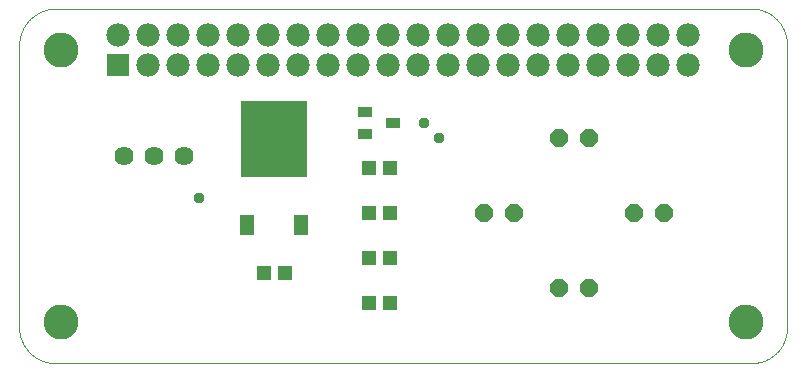
<source format=gts>
G75*
%MOIN*%
%OFA0B0*%
%FSLAX25Y25*%
%IPPOS*%
%LPD*%
%AMOC8*
5,1,8,0,0,1.08239X$1,22.5*
%
%ADD10C,0.00000*%
%ADD11OC8,0.06000*%
%ADD12R,0.04737X0.03556*%
%ADD13R,0.22060X0.25209*%
%ADD14R,0.04737X0.07099*%
%ADD15R,0.04934X0.05052*%
%ADD16R,0.07800X0.07800*%
%ADD17C,0.07800*%
%ADD18C,0.11627*%
%ADD19C,0.06383*%
%ADD20C,0.03778*%
D10*
X0016899Y0005000D02*
X0249166Y0005000D01*
X0249450Y0005003D01*
X0249734Y0005014D01*
X0250017Y0005031D01*
X0250301Y0005055D01*
X0250583Y0005086D01*
X0250864Y0005123D01*
X0251145Y0005168D01*
X0251424Y0005219D01*
X0251703Y0005277D01*
X0251979Y0005342D01*
X0252254Y0005413D01*
X0252527Y0005491D01*
X0252798Y0005575D01*
X0253068Y0005666D01*
X0253334Y0005764D01*
X0253599Y0005868D01*
X0253861Y0005978D01*
X0254120Y0006095D01*
X0254376Y0006218D01*
X0254629Y0006346D01*
X0254879Y0006482D01*
X0255125Y0006623D01*
X0255368Y0006770D01*
X0255608Y0006922D01*
X0255844Y0007081D01*
X0256075Y0007245D01*
X0256303Y0007415D01*
X0256527Y0007590D01*
X0256746Y0007770D01*
X0256961Y0007956D01*
X0257171Y0008147D01*
X0257377Y0008343D01*
X0257578Y0008544D01*
X0257774Y0008750D01*
X0257965Y0008960D01*
X0258151Y0009175D01*
X0258331Y0009394D01*
X0258506Y0009618D01*
X0258676Y0009846D01*
X0258840Y0010077D01*
X0258999Y0010313D01*
X0259151Y0010553D01*
X0259298Y0010796D01*
X0259439Y0011042D01*
X0259575Y0011292D01*
X0259703Y0011545D01*
X0259826Y0011801D01*
X0259943Y0012060D01*
X0260053Y0012322D01*
X0260157Y0012587D01*
X0260255Y0012853D01*
X0260346Y0013123D01*
X0260430Y0013394D01*
X0260508Y0013667D01*
X0260579Y0013942D01*
X0260644Y0014218D01*
X0260702Y0014497D01*
X0260753Y0014776D01*
X0260798Y0015057D01*
X0260835Y0015338D01*
X0260866Y0015620D01*
X0260890Y0015904D01*
X0260907Y0016187D01*
X0260918Y0016471D01*
X0260921Y0016755D01*
X0260921Y0111192D01*
X0260917Y0111482D01*
X0260907Y0111772D01*
X0260889Y0112062D01*
X0260865Y0112351D01*
X0260833Y0112640D01*
X0260795Y0112927D01*
X0260750Y0113214D01*
X0260697Y0113499D01*
X0260638Y0113783D01*
X0260572Y0114066D01*
X0260499Y0114347D01*
X0260420Y0114626D01*
X0260333Y0114903D01*
X0260240Y0115178D01*
X0260141Y0115450D01*
X0260034Y0115721D01*
X0259922Y0115988D01*
X0259803Y0116253D01*
X0259677Y0116514D01*
X0259545Y0116773D01*
X0259407Y0117028D01*
X0259263Y0117280D01*
X0259113Y0117528D01*
X0258957Y0117773D01*
X0258795Y0118014D01*
X0258627Y0118251D01*
X0258454Y0118483D01*
X0258275Y0118712D01*
X0258091Y0118936D01*
X0257901Y0119155D01*
X0257706Y0119370D01*
X0257506Y0119580D01*
X0257300Y0119786D01*
X0257090Y0119986D01*
X0256875Y0120181D01*
X0256656Y0120371D01*
X0256432Y0120555D01*
X0256203Y0120734D01*
X0255971Y0120907D01*
X0255734Y0121075D01*
X0255493Y0121237D01*
X0255248Y0121393D01*
X0255000Y0121543D01*
X0254748Y0121687D01*
X0254493Y0121825D01*
X0254234Y0121957D01*
X0253973Y0122083D01*
X0253708Y0122202D01*
X0253441Y0122314D01*
X0253170Y0122421D01*
X0252898Y0122520D01*
X0252623Y0122613D01*
X0252346Y0122700D01*
X0252067Y0122779D01*
X0251786Y0122852D01*
X0251503Y0122918D01*
X0251219Y0122977D01*
X0250934Y0123030D01*
X0250647Y0123075D01*
X0250360Y0123113D01*
X0250071Y0123145D01*
X0249782Y0123169D01*
X0249492Y0123187D01*
X0249202Y0123197D01*
X0248912Y0123201D01*
X0017261Y0123201D01*
X0016965Y0123197D01*
X0016669Y0123187D01*
X0016373Y0123169D01*
X0016078Y0123144D01*
X0015783Y0123112D01*
X0015489Y0123072D01*
X0015197Y0123026D01*
X0014905Y0122973D01*
X0014615Y0122912D01*
X0014327Y0122845D01*
X0014040Y0122770D01*
X0013755Y0122689D01*
X0013472Y0122601D01*
X0013191Y0122506D01*
X0012913Y0122404D01*
X0012637Y0122296D01*
X0012364Y0122181D01*
X0012094Y0122059D01*
X0011827Y0121931D01*
X0011563Y0121797D01*
X0011302Y0121656D01*
X0011045Y0121509D01*
X0010792Y0121355D01*
X0010542Y0121196D01*
X0010296Y0121031D01*
X0010054Y0120859D01*
X0009817Y0120682D01*
X0009583Y0120500D01*
X0009355Y0120311D01*
X0009130Y0120117D01*
X0008911Y0119918D01*
X0008697Y0119714D01*
X0008487Y0119504D01*
X0008283Y0119290D01*
X0008084Y0119071D01*
X0007890Y0118846D01*
X0007701Y0118618D01*
X0007519Y0118384D01*
X0007342Y0118147D01*
X0007170Y0117905D01*
X0007005Y0117659D01*
X0006846Y0117409D01*
X0006692Y0117156D01*
X0006545Y0116899D01*
X0006404Y0116638D01*
X0006270Y0116374D01*
X0006142Y0116107D01*
X0006020Y0115837D01*
X0005905Y0115564D01*
X0005797Y0115288D01*
X0005695Y0115010D01*
X0005600Y0114729D01*
X0005512Y0114446D01*
X0005431Y0114161D01*
X0005356Y0113874D01*
X0005289Y0113586D01*
X0005228Y0113296D01*
X0005175Y0113004D01*
X0005129Y0112712D01*
X0005089Y0112418D01*
X0005057Y0112123D01*
X0005032Y0111828D01*
X0005014Y0111532D01*
X0005004Y0111236D01*
X0005000Y0110940D01*
X0005000Y0016899D01*
X0005003Y0016611D01*
X0005014Y0016324D01*
X0005031Y0016037D01*
X0005056Y0015751D01*
X0005087Y0015465D01*
X0005125Y0015180D01*
X0005170Y0014896D01*
X0005222Y0014613D01*
X0005280Y0014331D01*
X0005346Y0014051D01*
X0005418Y0013773D01*
X0005497Y0013497D01*
X0005582Y0013222D01*
X0005675Y0012950D01*
X0005773Y0012680D01*
X0005878Y0012412D01*
X0005990Y0012147D01*
X0006108Y0011885D01*
X0006232Y0011625D01*
X0006363Y0011369D01*
X0006500Y0011116D01*
X0006642Y0010867D01*
X0006791Y0010621D01*
X0006946Y0010378D01*
X0007106Y0010140D01*
X0007273Y0009905D01*
X0007444Y0009674D01*
X0007622Y0009448D01*
X0007804Y0009226D01*
X0007992Y0009009D01*
X0008186Y0008796D01*
X0008384Y0008587D01*
X0008587Y0008384D01*
X0008796Y0008186D01*
X0009009Y0007992D01*
X0009226Y0007804D01*
X0009448Y0007622D01*
X0009674Y0007444D01*
X0009905Y0007273D01*
X0010140Y0007106D01*
X0010378Y0006946D01*
X0010621Y0006791D01*
X0010867Y0006642D01*
X0011116Y0006500D01*
X0011369Y0006363D01*
X0011625Y0006232D01*
X0011885Y0006108D01*
X0012147Y0005990D01*
X0012412Y0005878D01*
X0012680Y0005773D01*
X0012950Y0005675D01*
X0013222Y0005582D01*
X0013497Y0005497D01*
X0013773Y0005418D01*
X0014051Y0005346D01*
X0014331Y0005280D01*
X0014613Y0005222D01*
X0014896Y0005170D01*
X0015180Y0005125D01*
X0015465Y0005087D01*
X0015751Y0005056D01*
X0016037Y0005031D01*
X0016324Y0005014D01*
X0016611Y0005003D01*
X0016899Y0005000D01*
X0013367Y0018780D02*
X0013369Y0018927D01*
X0013375Y0019073D01*
X0013385Y0019219D01*
X0013399Y0019365D01*
X0013417Y0019511D01*
X0013438Y0019656D01*
X0013464Y0019800D01*
X0013494Y0019944D01*
X0013527Y0020086D01*
X0013564Y0020228D01*
X0013605Y0020369D01*
X0013650Y0020508D01*
X0013699Y0020647D01*
X0013751Y0020784D01*
X0013808Y0020919D01*
X0013867Y0021053D01*
X0013931Y0021185D01*
X0013998Y0021315D01*
X0014068Y0021444D01*
X0014142Y0021571D01*
X0014219Y0021695D01*
X0014300Y0021818D01*
X0014384Y0021938D01*
X0014471Y0022056D01*
X0014561Y0022171D01*
X0014654Y0022284D01*
X0014751Y0022395D01*
X0014850Y0022503D01*
X0014952Y0022608D01*
X0015057Y0022710D01*
X0015165Y0022809D01*
X0015276Y0022906D01*
X0015389Y0022999D01*
X0015504Y0023089D01*
X0015622Y0023176D01*
X0015742Y0023260D01*
X0015865Y0023341D01*
X0015989Y0023418D01*
X0016116Y0023492D01*
X0016245Y0023562D01*
X0016375Y0023629D01*
X0016507Y0023693D01*
X0016641Y0023752D01*
X0016776Y0023809D01*
X0016913Y0023861D01*
X0017052Y0023910D01*
X0017191Y0023955D01*
X0017332Y0023996D01*
X0017474Y0024033D01*
X0017616Y0024066D01*
X0017760Y0024096D01*
X0017904Y0024122D01*
X0018049Y0024143D01*
X0018195Y0024161D01*
X0018341Y0024175D01*
X0018487Y0024185D01*
X0018633Y0024191D01*
X0018780Y0024193D01*
X0018927Y0024191D01*
X0019073Y0024185D01*
X0019219Y0024175D01*
X0019365Y0024161D01*
X0019511Y0024143D01*
X0019656Y0024122D01*
X0019800Y0024096D01*
X0019944Y0024066D01*
X0020086Y0024033D01*
X0020228Y0023996D01*
X0020369Y0023955D01*
X0020508Y0023910D01*
X0020647Y0023861D01*
X0020784Y0023809D01*
X0020919Y0023752D01*
X0021053Y0023693D01*
X0021185Y0023629D01*
X0021315Y0023562D01*
X0021444Y0023492D01*
X0021571Y0023418D01*
X0021695Y0023341D01*
X0021818Y0023260D01*
X0021938Y0023176D01*
X0022056Y0023089D01*
X0022171Y0022999D01*
X0022284Y0022906D01*
X0022395Y0022809D01*
X0022503Y0022710D01*
X0022608Y0022608D01*
X0022710Y0022503D01*
X0022809Y0022395D01*
X0022906Y0022284D01*
X0022999Y0022171D01*
X0023089Y0022056D01*
X0023176Y0021938D01*
X0023260Y0021818D01*
X0023341Y0021695D01*
X0023418Y0021571D01*
X0023492Y0021444D01*
X0023562Y0021315D01*
X0023629Y0021185D01*
X0023693Y0021053D01*
X0023752Y0020919D01*
X0023809Y0020784D01*
X0023861Y0020647D01*
X0023910Y0020508D01*
X0023955Y0020369D01*
X0023996Y0020228D01*
X0024033Y0020086D01*
X0024066Y0019944D01*
X0024096Y0019800D01*
X0024122Y0019656D01*
X0024143Y0019511D01*
X0024161Y0019365D01*
X0024175Y0019219D01*
X0024185Y0019073D01*
X0024191Y0018927D01*
X0024193Y0018780D01*
X0024191Y0018633D01*
X0024185Y0018487D01*
X0024175Y0018341D01*
X0024161Y0018195D01*
X0024143Y0018049D01*
X0024122Y0017904D01*
X0024096Y0017760D01*
X0024066Y0017616D01*
X0024033Y0017474D01*
X0023996Y0017332D01*
X0023955Y0017191D01*
X0023910Y0017052D01*
X0023861Y0016913D01*
X0023809Y0016776D01*
X0023752Y0016641D01*
X0023693Y0016507D01*
X0023629Y0016375D01*
X0023562Y0016245D01*
X0023492Y0016116D01*
X0023418Y0015989D01*
X0023341Y0015865D01*
X0023260Y0015742D01*
X0023176Y0015622D01*
X0023089Y0015504D01*
X0022999Y0015389D01*
X0022906Y0015276D01*
X0022809Y0015165D01*
X0022710Y0015057D01*
X0022608Y0014952D01*
X0022503Y0014850D01*
X0022395Y0014751D01*
X0022284Y0014654D01*
X0022171Y0014561D01*
X0022056Y0014471D01*
X0021938Y0014384D01*
X0021818Y0014300D01*
X0021695Y0014219D01*
X0021571Y0014142D01*
X0021444Y0014068D01*
X0021315Y0013998D01*
X0021185Y0013931D01*
X0021053Y0013867D01*
X0020919Y0013808D01*
X0020784Y0013751D01*
X0020647Y0013699D01*
X0020508Y0013650D01*
X0020369Y0013605D01*
X0020228Y0013564D01*
X0020086Y0013527D01*
X0019944Y0013494D01*
X0019800Y0013464D01*
X0019656Y0013438D01*
X0019511Y0013417D01*
X0019365Y0013399D01*
X0019219Y0013385D01*
X0019073Y0013375D01*
X0018927Y0013369D01*
X0018780Y0013367D01*
X0018633Y0013369D01*
X0018487Y0013375D01*
X0018341Y0013385D01*
X0018195Y0013399D01*
X0018049Y0013417D01*
X0017904Y0013438D01*
X0017760Y0013464D01*
X0017616Y0013494D01*
X0017474Y0013527D01*
X0017332Y0013564D01*
X0017191Y0013605D01*
X0017052Y0013650D01*
X0016913Y0013699D01*
X0016776Y0013751D01*
X0016641Y0013808D01*
X0016507Y0013867D01*
X0016375Y0013931D01*
X0016245Y0013998D01*
X0016116Y0014068D01*
X0015989Y0014142D01*
X0015865Y0014219D01*
X0015742Y0014300D01*
X0015622Y0014384D01*
X0015504Y0014471D01*
X0015389Y0014561D01*
X0015276Y0014654D01*
X0015165Y0014751D01*
X0015057Y0014850D01*
X0014952Y0014952D01*
X0014850Y0015057D01*
X0014751Y0015165D01*
X0014654Y0015276D01*
X0014561Y0015389D01*
X0014471Y0015504D01*
X0014384Y0015622D01*
X0014300Y0015742D01*
X0014219Y0015865D01*
X0014142Y0015989D01*
X0014068Y0016116D01*
X0013998Y0016245D01*
X0013931Y0016375D01*
X0013867Y0016507D01*
X0013808Y0016641D01*
X0013751Y0016776D01*
X0013699Y0016913D01*
X0013650Y0017052D01*
X0013605Y0017191D01*
X0013564Y0017332D01*
X0013527Y0017474D01*
X0013494Y0017616D01*
X0013464Y0017760D01*
X0013438Y0017904D01*
X0013417Y0018049D01*
X0013399Y0018195D01*
X0013385Y0018341D01*
X0013375Y0018487D01*
X0013369Y0018633D01*
X0013367Y0018780D01*
X0013367Y0109331D02*
X0013369Y0109478D01*
X0013375Y0109624D01*
X0013385Y0109770D01*
X0013399Y0109916D01*
X0013417Y0110062D01*
X0013438Y0110207D01*
X0013464Y0110351D01*
X0013494Y0110495D01*
X0013527Y0110637D01*
X0013564Y0110779D01*
X0013605Y0110920D01*
X0013650Y0111059D01*
X0013699Y0111198D01*
X0013751Y0111335D01*
X0013808Y0111470D01*
X0013867Y0111604D01*
X0013931Y0111736D01*
X0013998Y0111866D01*
X0014068Y0111995D01*
X0014142Y0112122D01*
X0014219Y0112246D01*
X0014300Y0112369D01*
X0014384Y0112489D01*
X0014471Y0112607D01*
X0014561Y0112722D01*
X0014654Y0112835D01*
X0014751Y0112946D01*
X0014850Y0113054D01*
X0014952Y0113159D01*
X0015057Y0113261D01*
X0015165Y0113360D01*
X0015276Y0113457D01*
X0015389Y0113550D01*
X0015504Y0113640D01*
X0015622Y0113727D01*
X0015742Y0113811D01*
X0015865Y0113892D01*
X0015989Y0113969D01*
X0016116Y0114043D01*
X0016245Y0114113D01*
X0016375Y0114180D01*
X0016507Y0114244D01*
X0016641Y0114303D01*
X0016776Y0114360D01*
X0016913Y0114412D01*
X0017052Y0114461D01*
X0017191Y0114506D01*
X0017332Y0114547D01*
X0017474Y0114584D01*
X0017616Y0114617D01*
X0017760Y0114647D01*
X0017904Y0114673D01*
X0018049Y0114694D01*
X0018195Y0114712D01*
X0018341Y0114726D01*
X0018487Y0114736D01*
X0018633Y0114742D01*
X0018780Y0114744D01*
X0018927Y0114742D01*
X0019073Y0114736D01*
X0019219Y0114726D01*
X0019365Y0114712D01*
X0019511Y0114694D01*
X0019656Y0114673D01*
X0019800Y0114647D01*
X0019944Y0114617D01*
X0020086Y0114584D01*
X0020228Y0114547D01*
X0020369Y0114506D01*
X0020508Y0114461D01*
X0020647Y0114412D01*
X0020784Y0114360D01*
X0020919Y0114303D01*
X0021053Y0114244D01*
X0021185Y0114180D01*
X0021315Y0114113D01*
X0021444Y0114043D01*
X0021571Y0113969D01*
X0021695Y0113892D01*
X0021818Y0113811D01*
X0021938Y0113727D01*
X0022056Y0113640D01*
X0022171Y0113550D01*
X0022284Y0113457D01*
X0022395Y0113360D01*
X0022503Y0113261D01*
X0022608Y0113159D01*
X0022710Y0113054D01*
X0022809Y0112946D01*
X0022906Y0112835D01*
X0022999Y0112722D01*
X0023089Y0112607D01*
X0023176Y0112489D01*
X0023260Y0112369D01*
X0023341Y0112246D01*
X0023418Y0112122D01*
X0023492Y0111995D01*
X0023562Y0111866D01*
X0023629Y0111736D01*
X0023693Y0111604D01*
X0023752Y0111470D01*
X0023809Y0111335D01*
X0023861Y0111198D01*
X0023910Y0111059D01*
X0023955Y0110920D01*
X0023996Y0110779D01*
X0024033Y0110637D01*
X0024066Y0110495D01*
X0024096Y0110351D01*
X0024122Y0110207D01*
X0024143Y0110062D01*
X0024161Y0109916D01*
X0024175Y0109770D01*
X0024185Y0109624D01*
X0024191Y0109478D01*
X0024193Y0109331D01*
X0024191Y0109184D01*
X0024185Y0109038D01*
X0024175Y0108892D01*
X0024161Y0108746D01*
X0024143Y0108600D01*
X0024122Y0108455D01*
X0024096Y0108311D01*
X0024066Y0108167D01*
X0024033Y0108025D01*
X0023996Y0107883D01*
X0023955Y0107742D01*
X0023910Y0107603D01*
X0023861Y0107464D01*
X0023809Y0107327D01*
X0023752Y0107192D01*
X0023693Y0107058D01*
X0023629Y0106926D01*
X0023562Y0106796D01*
X0023492Y0106667D01*
X0023418Y0106540D01*
X0023341Y0106416D01*
X0023260Y0106293D01*
X0023176Y0106173D01*
X0023089Y0106055D01*
X0022999Y0105940D01*
X0022906Y0105827D01*
X0022809Y0105716D01*
X0022710Y0105608D01*
X0022608Y0105503D01*
X0022503Y0105401D01*
X0022395Y0105302D01*
X0022284Y0105205D01*
X0022171Y0105112D01*
X0022056Y0105022D01*
X0021938Y0104935D01*
X0021818Y0104851D01*
X0021695Y0104770D01*
X0021571Y0104693D01*
X0021444Y0104619D01*
X0021315Y0104549D01*
X0021185Y0104482D01*
X0021053Y0104418D01*
X0020919Y0104359D01*
X0020784Y0104302D01*
X0020647Y0104250D01*
X0020508Y0104201D01*
X0020369Y0104156D01*
X0020228Y0104115D01*
X0020086Y0104078D01*
X0019944Y0104045D01*
X0019800Y0104015D01*
X0019656Y0103989D01*
X0019511Y0103968D01*
X0019365Y0103950D01*
X0019219Y0103936D01*
X0019073Y0103926D01*
X0018927Y0103920D01*
X0018780Y0103918D01*
X0018633Y0103920D01*
X0018487Y0103926D01*
X0018341Y0103936D01*
X0018195Y0103950D01*
X0018049Y0103968D01*
X0017904Y0103989D01*
X0017760Y0104015D01*
X0017616Y0104045D01*
X0017474Y0104078D01*
X0017332Y0104115D01*
X0017191Y0104156D01*
X0017052Y0104201D01*
X0016913Y0104250D01*
X0016776Y0104302D01*
X0016641Y0104359D01*
X0016507Y0104418D01*
X0016375Y0104482D01*
X0016245Y0104549D01*
X0016116Y0104619D01*
X0015989Y0104693D01*
X0015865Y0104770D01*
X0015742Y0104851D01*
X0015622Y0104935D01*
X0015504Y0105022D01*
X0015389Y0105112D01*
X0015276Y0105205D01*
X0015165Y0105302D01*
X0015057Y0105401D01*
X0014952Y0105503D01*
X0014850Y0105608D01*
X0014751Y0105716D01*
X0014654Y0105827D01*
X0014561Y0105940D01*
X0014471Y0106055D01*
X0014384Y0106173D01*
X0014300Y0106293D01*
X0014219Y0106416D01*
X0014142Y0106540D01*
X0014068Y0106667D01*
X0013998Y0106796D01*
X0013931Y0106926D01*
X0013867Y0107058D01*
X0013808Y0107192D01*
X0013751Y0107327D01*
X0013699Y0107464D01*
X0013650Y0107603D01*
X0013605Y0107742D01*
X0013564Y0107883D01*
X0013527Y0108025D01*
X0013494Y0108167D01*
X0013464Y0108311D01*
X0013438Y0108455D01*
X0013417Y0108600D01*
X0013399Y0108746D01*
X0013385Y0108892D01*
X0013375Y0109038D01*
X0013369Y0109184D01*
X0013367Y0109331D01*
X0241713Y0109331D02*
X0241715Y0109478D01*
X0241721Y0109624D01*
X0241731Y0109770D01*
X0241745Y0109916D01*
X0241763Y0110062D01*
X0241784Y0110207D01*
X0241810Y0110351D01*
X0241840Y0110495D01*
X0241873Y0110637D01*
X0241910Y0110779D01*
X0241951Y0110920D01*
X0241996Y0111059D01*
X0242045Y0111198D01*
X0242097Y0111335D01*
X0242154Y0111470D01*
X0242213Y0111604D01*
X0242277Y0111736D01*
X0242344Y0111866D01*
X0242414Y0111995D01*
X0242488Y0112122D01*
X0242565Y0112246D01*
X0242646Y0112369D01*
X0242730Y0112489D01*
X0242817Y0112607D01*
X0242907Y0112722D01*
X0243000Y0112835D01*
X0243097Y0112946D01*
X0243196Y0113054D01*
X0243298Y0113159D01*
X0243403Y0113261D01*
X0243511Y0113360D01*
X0243622Y0113457D01*
X0243735Y0113550D01*
X0243850Y0113640D01*
X0243968Y0113727D01*
X0244088Y0113811D01*
X0244211Y0113892D01*
X0244335Y0113969D01*
X0244462Y0114043D01*
X0244591Y0114113D01*
X0244721Y0114180D01*
X0244853Y0114244D01*
X0244987Y0114303D01*
X0245122Y0114360D01*
X0245259Y0114412D01*
X0245398Y0114461D01*
X0245537Y0114506D01*
X0245678Y0114547D01*
X0245820Y0114584D01*
X0245962Y0114617D01*
X0246106Y0114647D01*
X0246250Y0114673D01*
X0246395Y0114694D01*
X0246541Y0114712D01*
X0246687Y0114726D01*
X0246833Y0114736D01*
X0246979Y0114742D01*
X0247126Y0114744D01*
X0247273Y0114742D01*
X0247419Y0114736D01*
X0247565Y0114726D01*
X0247711Y0114712D01*
X0247857Y0114694D01*
X0248002Y0114673D01*
X0248146Y0114647D01*
X0248290Y0114617D01*
X0248432Y0114584D01*
X0248574Y0114547D01*
X0248715Y0114506D01*
X0248854Y0114461D01*
X0248993Y0114412D01*
X0249130Y0114360D01*
X0249265Y0114303D01*
X0249399Y0114244D01*
X0249531Y0114180D01*
X0249661Y0114113D01*
X0249790Y0114043D01*
X0249917Y0113969D01*
X0250041Y0113892D01*
X0250164Y0113811D01*
X0250284Y0113727D01*
X0250402Y0113640D01*
X0250517Y0113550D01*
X0250630Y0113457D01*
X0250741Y0113360D01*
X0250849Y0113261D01*
X0250954Y0113159D01*
X0251056Y0113054D01*
X0251155Y0112946D01*
X0251252Y0112835D01*
X0251345Y0112722D01*
X0251435Y0112607D01*
X0251522Y0112489D01*
X0251606Y0112369D01*
X0251687Y0112246D01*
X0251764Y0112122D01*
X0251838Y0111995D01*
X0251908Y0111866D01*
X0251975Y0111736D01*
X0252039Y0111604D01*
X0252098Y0111470D01*
X0252155Y0111335D01*
X0252207Y0111198D01*
X0252256Y0111059D01*
X0252301Y0110920D01*
X0252342Y0110779D01*
X0252379Y0110637D01*
X0252412Y0110495D01*
X0252442Y0110351D01*
X0252468Y0110207D01*
X0252489Y0110062D01*
X0252507Y0109916D01*
X0252521Y0109770D01*
X0252531Y0109624D01*
X0252537Y0109478D01*
X0252539Y0109331D01*
X0252537Y0109184D01*
X0252531Y0109038D01*
X0252521Y0108892D01*
X0252507Y0108746D01*
X0252489Y0108600D01*
X0252468Y0108455D01*
X0252442Y0108311D01*
X0252412Y0108167D01*
X0252379Y0108025D01*
X0252342Y0107883D01*
X0252301Y0107742D01*
X0252256Y0107603D01*
X0252207Y0107464D01*
X0252155Y0107327D01*
X0252098Y0107192D01*
X0252039Y0107058D01*
X0251975Y0106926D01*
X0251908Y0106796D01*
X0251838Y0106667D01*
X0251764Y0106540D01*
X0251687Y0106416D01*
X0251606Y0106293D01*
X0251522Y0106173D01*
X0251435Y0106055D01*
X0251345Y0105940D01*
X0251252Y0105827D01*
X0251155Y0105716D01*
X0251056Y0105608D01*
X0250954Y0105503D01*
X0250849Y0105401D01*
X0250741Y0105302D01*
X0250630Y0105205D01*
X0250517Y0105112D01*
X0250402Y0105022D01*
X0250284Y0104935D01*
X0250164Y0104851D01*
X0250041Y0104770D01*
X0249917Y0104693D01*
X0249790Y0104619D01*
X0249661Y0104549D01*
X0249531Y0104482D01*
X0249399Y0104418D01*
X0249265Y0104359D01*
X0249130Y0104302D01*
X0248993Y0104250D01*
X0248854Y0104201D01*
X0248715Y0104156D01*
X0248574Y0104115D01*
X0248432Y0104078D01*
X0248290Y0104045D01*
X0248146Y0104015D01*
X0248002Y0103989D01*
X0247857Y0103968D01*
X0247711Y0103950D01*
X0247565Y0103936D01*
X0247419Y0103926D01*
X0247273Y0103920D01*
X0247126Y0103918D01*
X0246979Y0103920D01*
X0246833Y0103926D01*
X0246687Y0103936D01*
X0246541Y0103950D01*
X0246395Y0103968D01*
X0246250Y0103989D01*
X0246106Y0104015D01*
X0245962Y0104045D01*
X0245820Y0104078D01*
X0245678Y0104115D01*
X0245537Y0104156D01*
X0245398Y0104201D01*
X0245259Y0104250D01*
X0245122Y0104302D01*
X0244987Y0104359D01*
X0244853Y0104418D01*
X0244721Y0104482D01*
X0244591Y0104549D01*
X0244462Y0104619D01*
X0244335Y0104693D01*
X0244211Y0104770D01*
X0244088Y0104851D01*
X0243968Y0104935D01*
X0243850Y0105022D01*
X0243735Y0105112D01*
X0243622Y0105205D01*
X0243511Y0105302D01*
X0243403Y0105401D01*
X0243298Y0105503D01*
X0243196Y0105608D01*
X0243097Y0105716D01*
X0243000Y0105827D01*
X0242907Y0105940D01*
X0242817Y0106055D01*
X0242730Y0106173D01*
X0242646Y0106293D01*
X0242565Y0106416D01*
X0242488Y0106540D01*
X0242414Y0106667D01*
X0242344Y0106796D01*
X0242277Y0106926D01*
X0242213Y0107058D01*
X0242154Y0107192D01*
X0242097Y0107327D01*
X0242045Y0107464D01*
X0241996Y0107603D01*
X0241951Y0107742D01*
X0241910Y0107883D01*
X0241873Y0108025D01*
X0241840Y0108167D01*
X0241810Y0108311D01*
X0241784Y0108455D01*
X0241763Y0108600D01*
X0241745Y0108746D01*
X0241731Y0108892D01*
X0241721Y0109038D01*
X0241715Y0109184D01*
X0241713Y0109331D01*
X0241713Y0018780D02*
X0241715Y0018927D01*
X0241721Y0019073D01*
X0241731Y0019219D01*
X0241745Y0019365D01*
X0241763Y0019511D01*
X0241784Y0019656D01*
X0241810Y0019800D01*
X0241840Y0019944D01*
X0241873Y0020086D01*
X0241910Y0020228D01*
X0241951Y0020369D01*
X0241996Y0020508D01*
X0242045Y0020647D01*
X0242097Y0020784D01*
X0242154Y0020919D01*
X0242213Y0021053D01*
X0242277Y0021185D01*
X0242344Y0021315D01*
X0242414Y0021444D01*
X0242488Y0021571D01*
X0242565Y0021695D01*
X0242646Y0021818D01*
X0242730Y0021938D01*
X0242817Y0022056D01*
X0242907Y0022171D01*
X0243000Y0022284D01*
X0243097Y0022395D01*
X0243196Y0022503D01*
X0243298Y0022608D01*
X0243403Y0022710D01*
X0243511Y0022809D01*
X0243622Y0022906D01*
X0243735Y0022999D01*
X0243850Y0023089D01*
X0243968Y0023176D01*
X0244088Y0023260D01*
X0244211Y0023341D01*
X0244335Y0023418D01*
X0244462Y0023492D01*
X0244591Y0023562D01*
X0244721Y0023629D01*
X0244853Y0023693D01*
X0244987Y0023752D01*
X0245122Y0023809D01*
X0245259Y0023861D01*
X0245398Y0023910D01*
X0245537Y0023955D01*
X0245678Y0023996D01*
X0245820Y0024033D01*
X0245962Y0024066D01*
X0246106Y0024096D01*
X0246250Y0024122D01*
X0246395Y0024143D01*
X0246541Y0024161D01*
X0246687Y0024175D01*
X0246833Y0024185D01*
X0246979Y0024191D01*
X0247126Y0024193D01*
X0247273Y0024191D01*
X0247419Y0024185D01*
X0247565Y0024175D01*
X0247711Y0024161D01*
X0247857Y0024143D01*
X0248002Y0024122D01*
X0248146Y0024096D01*
X0248290Y0024066D01*
X0248432Y0024033D01*
X0248574Y0023996D01*
X0248715Y0023955D01*
X0248854Y0023910D01*
X0248993Y0023861D01*
X0249130Y0023809D01*
X0249265Y0023752D01*
X0249399Y0023693D01*
X0249531Y0023629D01*
X0249661Y0023562D01*
X0249790Y0023492D01*
X0249917Y0023418D01*
X0250041Y0023341D01*
X0250164Y0023260D01*
X0250284Y0023176D01*
X0250402Y0023089D01*
X0250517Y0022999D01*
X0250630Y0022906D01*
X0250741Y0022809D01*
X0250849Y0022710D01*
X0250954Y0022608D01*
X0251056Y0022503D01*
X0251155Y0022395D01*
X0251252Y0022284D01*
X0251345Y0022171D01*
X0251435Y0022056D01*
X0251522Y0021938D01*
X0251606Y0021818D01*
X0251687Y0021695D01*
X0251764Y0021571D01*
X0251838Y0021444D01*
X0251908Y0021315D01*
X0251975Y0021185D01*
X0252039Y0021053D01*
X0252098Y0020919D01*
X0252155Y0020784D01*
X0252207Y0020647D01*
X0252256Y0020508D01*
X0252301Y0020369D01*
X0252342Y0020228D01*
X0252379Y0020086D01*
X0252412Y0019944D01*
X0252442Y0019800D01*
X0252468Y0019656D01*
X0252489Y0019511D01*
X0252507Y0019365D01*
X0252521Y0019219D01*
X0252531Y0019073D01*
X0252537Y0018927D01*
X0252539Y0018780D01*
X0252537Y0018633D01*
X0252531Y0018487D01*
X0252521Y0018341D01*
X0252507Y0018195D01*
X0252489Y0018049D01*
X0252468Y0017904D01*
X0252442Y0017760D01*
X0252412Y0017616D01*
X0252379Y0017474D01*
X0252342Y0017332D01*
X0252301Y0017191D01*
X0252256Y0017052D01*
X0252207Y0016913D01*
X0252155Y0016776D01*
X0252098Y0016641D01*
X0252039Y0016507D01*
X0251975Y0016375D01*
X0251908Y0016245D01*
X0251838Y0016116D01*
X0251764Y0015989D01*
X0251687Y0015865D01*
X0251606Y0015742D01*
X0251522Y0015622D01*
X0251435Y0015504D01*
X0251345Y0015389D01*
X0251252Y0015276D01*
X0251155Y0015165D01*
X0251056Y0015057D01*
X0250954Y0014952D01*
X0250849Y0014850D01*
X0250741Y0014751D01*
X0250630Y0014654D01*
X0250517Y0014561D01*
X0250402Y0014471D01*
X0250284Y0014384D01*
X0250164Y0014300D01*
X0250041Y0014219D01*
X0249917Y0014142D01*
X0249790Y0014068D01*
X0249661Y0013998D01*
X0249531Y0013931D01*
X0249399Y0013867D01*
X0249265Y0013808D01*
X0249130Y0013751D01*
X0248993Y0013699D01*
X0248854Y0013650D01*
X0248715Y0013605D01*
X0248574Y0013564D01*
X0248432Y0013527D01*
X0248290Y0013494D01*
X0248146Y0013464D01*
X0248002Y0013438D01*
X0247857Y0013417D01*
X0247711Y0013399D01*
X0247565Y0013385D01*
X0247419Y0013375D01*
X0247273Y0013369D01*
X0247126Y0013367D01*
X0246979Y0013369D01*
X0246833Y0013375D01*
X0246687Y0013385D01*
X0246541Y0013399D01*
X0246395Y0013417D01*
X0246250Y0013438D01*
X0246106Y0013464D01*
X0245962Y0013494D01*
X0245820Y0013527D01*
X0245678Y0013564D01*
X0245537Y0013605D01*
X0245398Y0013650D01*
X0245259Y0013699D01*
X0245122Y0013751D01*
X0244987Y0013808D01*
X0244853Y0013867D01*
X0244721Y0013931D01*
X0244591Y0013998D01*
X0244462Y0014068D01*
X0244335Y0014142D01*
X0244211Y0014219D01*
X0244088Y0014300D01*
X0243968Y0014384D01*
X0243850Y0014471D01*
X0243735Y0014561D01*
X0243622Y0014654D01*
X0243511Y0014751D01*
X0243403Y0014850D01*
X0243298Y0014952D01*
X0243196Y0015057D01*
X0243097Y0015165D01*
X0243000Y0015276D01*
X0242907Y0015389D01*
X0242817Y0015504D01*
X0242730Y0015622D01*
X0242646Y0015742D01*
X0242565Y0015865D01*
X0242488Y0015989D01*
X0242414Y0016116D01*
X0242344Y0016245D01*
X0242277Y0016375D01*
X0242213Y0016507D01*
X0242154Y0016641D01*
X0242097Y0016776D01*
X0242045Y0016913D01*
X0241996Y0017052D01*
X0241951Y0017191D01*
X0241910Y0017332D01*
X0241873Y0017474D01*
X0241840Y0017616D01*
X0241810Y0017760D01*
X0241784Y0017904D01*
X0241763Y0018049D01*
X0241745Y0018195D01*
X0241731Y0018341D01*
X0241721Y0018487D01*
X0241715Y0018633D01*
X0241713Y0018780D01*
D11*
X0195000Y0030000D03*
X0185000Y0030000D03*
X0170000Y0055000D03*
X0160000Y0055000D03*
X0185000Y0080000D03*
X0195000Y0080000D03*
X0210000Y0055000D03*
X0220000Y0055000D03*
D12*
X0129724Y0085000D03*
X0120276Y0081260D03*
X0120276Y0088740D03*
D13*
X0090000Y0079843D03*
D14*
X0081024Y0051102D03*
X0098976Y0051102D03*
D15*
X0121555Y0055000D03*
X0128445Y0055000D03*
X0128445Y0040000D03*
X0121555Y0040000D03*
X0093445Y0035000D03*
X0086555Y0035000D03*
X0121555Y0025000D03*
X0128445Y0025000D03*
X0128445Y0070000D03*
X0121555Y0070000D03*
D16*
X0037953Y0104331D03*
D17*
X0047953Y0104331D03*
X0057953Y0104331D03*
X0067953Y0104331D03*
X0077953Y0104331D03*
X0087953Y0104331D03*
X0097953Y0104331D03*
X0107953Y0104331D03*
X0117953Y0104331D03*
X0127953Y0104331D03*
X0137953Y0104331D03*
X0147953Y0104331D03*
X0157953Y0104331D03*
X0167953Y0104331D03*
X0177953Y0104331D03*
X0187953Y0104331D03*
X0197953Y0104331D03*
X0207953Y0104331D03*
X0217953Y0104331D03*
X0227953Y0104331D03*
X0227953Y0114331D03*
X0217953Y0114331D03*
X0207953Y0114331D03*
X0197953Y0114331D03*
X0187953Y0114331D03*
X0177953Y0114331D03*
X0167953Y0114331D03*
X0157953Y0114331D03*
X0147953Y0114331D03*
X0137953Y0114331D03*
X0127953Y0114331D03*
X0117953Y0114331D03*
X0107953Y0114331D03*
X0097953Y0114331D03*
X0087953Y0114331D03*
X0077953Y0114331D03*
X0067953Y0114331D03*
X0057953Y0114331D03*
X0047953Y0114331D03*
X0037953Y0114331D03*
D18*
X0018780Y0109331D03*
X0018780Y0018780D03*
X0247126Y0018780D03*
X0247126Y0109331D03*
D19*
X0060000Y0073937D03*
X0050000Y0073937D03*
X0040000Y0073937D03*
D20*
X0065000Y0060000D03*
X0140000Y0085000D03*
X0145000Y0080000D03*
M02*

</source>
